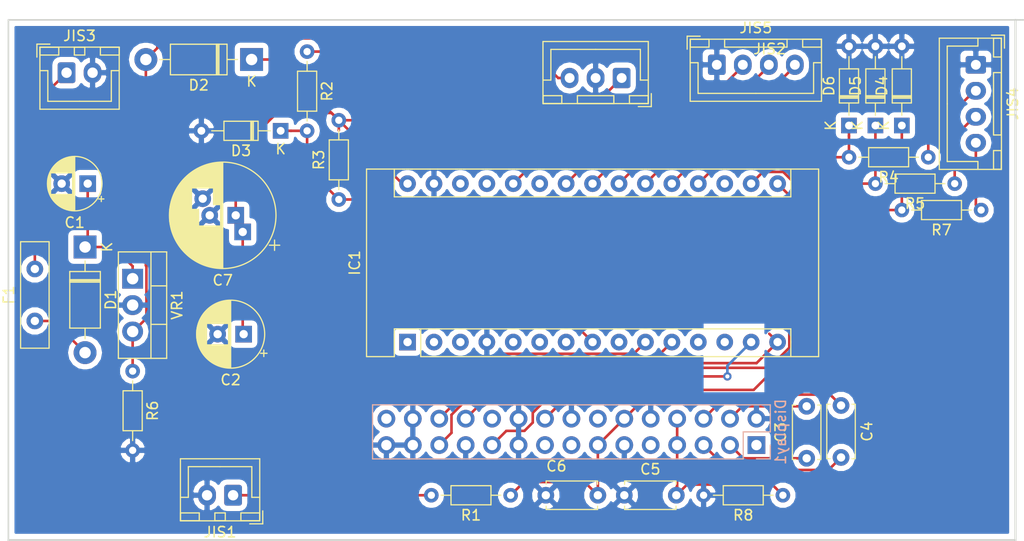
<source format=kicad_pcb>
(kicad_pcb (version 20171130) (host pcbnew "(5.0.1-3-g963ef8bb5)")
  (layers (0 F.Cu signal) (31 B.Cu signal) (34 B.Paste user) (35 F.Paste user) (36 B.SilkS user) (37 F.SilkS user) (38 B.Mask user) (39 F.Mask user) (44 Edge.Cuts user))
  (net 0 "")
  (net 1 "Net-(C1-Pad1)")
  (net 2 "Net-(D1-Pad2)")
  (net 3 "Net-(D2-Pad2)")
  (net 4 "Net-(IC1-Pad1)")
  (net 5 "Net-(IC1-Pad2)")
  (net 6 "Net-(IC1-Pad18)")
  (net 7 "Net-(IC1-Pad3)")
  (net 8 "Net-(D4-Pad1)")
  (net 9 "Net-(D5-Pad1)")
  (net 10 "Net-(IC1-Pad5)")
  (net 11 "Net-(D6-Pad1)")
  (net 12 "Net-(IC1-Pad6)")
  (net 13 "Net-(IC1-Pad22)")
  (net 14 "Net-(IC1-Pad7)")
  (net 15 "Net-(IC1-Pad23)")
  (net 16 "Net-(D3-Pad1)")
  (net 17 "Net-(IC1-Pad24)")
  (net 18 "Net-(IC1-Pad9)")
  (net 19 "Net-(IC1-Pad25)")
  (net 20 "Net-(Display1-Pad26)")
  (net 21 "Net-(Display1-Pad25)")
  (net 22 "Net-(IC1-Pad27)")
  (net 23 "Net-(IC1-Pad12)")
  (net 24 "Net-(IC1-Pad28)")
  (net 25 "Net-(IC1-Pad13)")
  (net 26 "Net-(Display1-Pad18)")
  (net 27 "Net-(Display1-Pad24)")
  (net 28 "Net-(Display1-Pad21)")
  (net 29 "Net-(C3-Pad1)")
  (net 30 "Net-(C3-Pad2)")
  (net 31 "Net-(C4-Pad2)")
  (net 32 "Net-(C4-Pad1)")
  (net 33 "Net-(C5-Pad2)")
  (net 34 "Net-(Display1-Pad1)")
  (net 35 "Net-(Display1-Pad9)")
  (net 36 "Net-(Display1-Pad14)")
  (net 37 "Net-(Display1-Pad15)")
  (net 38 "Net-(Display1-Pad17)")
  (net 39 "Net-(Display1-Pad22)")
  (net 40 "Net-(Display1-Pad30)")
  (net 41 "Net-(JIS1-Pad1)")
  (net 42 "Net-(JIS2-Pad3)")
  (net 43 "Net-(JIS4-Pad2)")
  (net 44 "Net-(JIS4-Pad3)")
  (net 45 "Net-(JIS4-Pad4)")
  (net 46 GND)
  (net 47 +5V)
  (net 48 +3V3)
  (net 49 +BATT)
  (module Package_TO_SOT_THT:TO-220-3_Vertical (layer F.Cu) (at 73.152 123.952 270)
    (fp_text reference VR1 (at 2.54 -4.27 270) (layer F.SilkS))
    (fp_text value LM7805_TO220)
    (pad 1 thru_hole rect (at 0 0 270) (size 1.905 2) (drill 1.1) (layers *.Cu *.Mask) (net 1 "Net-(C1-Pad1)"))
    (pad 2 thru_hole oval (at 2.54 0 270) (size 1.905 2) (drill 1.1) (layers *.Cu *.Mask) (net 46 GND))
    (pad 3 thru_hole oval (at 5.08 0 270) (size 1.905 2) (drill 1.1) (layers *.Cu *.Mask) (net 3 "Net-(D2-Pad2)"))
  )
  (module Capacitor_THT:CP_Radial_D5.0mm_P2.50mm (layer F.Cu) (at 68.834 114.808 180)
    (fp_text reference C1 (at 1.25 -3.75 180) (layer F.SilkS))
    (fp_text value 200uF)
    (pad 1 thru_hole rect (at 0 0 180) (size 1.6 1.6) (drill 0.8) (layers *.Cu *.Mask) (net 1 "Net-(C1-Pad1)"))
    (pad 2 thru_hole circle (at 2.5 0 180) (size 1.6 1.6) (drill 0.8) (layers *.Cu *.Mask) (net 46 GND))
  )
  (module Capacitor_THT:CP_Radial_D6.3mm_P2.50mm (layer F.Cu) (at 83.82 129.286 180)
    (fp_text reference C2 (at 1.25 -4.4 180) (layer F.SilkS))
    (fp_text value 100uF)
    (pad 1 thru_hole rect (at 0 0 180) (size 1.6 1.6) (drill 0.8) (layers *.Cu *.Mask) (net 47 +5V))
    (pad 2 thru_hole circle (at 2.5 0 180) (size 1.6 1.6) (drill 0.8) (layers *.Cu *.Mask) (net 46 GND))
  )
  (module Capacitor_THT:C_Disc_D5.0mm_W2.5mm_P5.00mm (layer F.Cu) (at 137.922 141.224 90)
    (fp_text reference C3 (at 2.5 -2.5 90) (layer F.SilkS))
    (fp_text value 4.7uF)
    (pad 1 thru_hole circle (at 0 0 90) (size 1.6 1.6) (drill 0.8) (layers *.Cu *.Mask) (net 29 "Net-(C3-Pad1)"))
    (pad 2 thru_hole circle (at 5 0 90) (size 1.6 1.6) (drill 0.8) (layers *.Cu *.Mask) (net 30 "Net-(C3-Pad2)"))
  )
  (module Capacitor_THT:C_Disc_D5.0mm_W2.5mm_P5.00mm (layer F.Cu) (at 141.224 136.144 270)
    (fp_text reference C4 (at 2.5 -2.5 270) (layer F.SilkS))
    (fp_text value 4.7uF)
    (pad 2 thru_hole circle (at 5 0 270) (size 1.6 1.6) (drill 0.8) (layers *.Cu *.Mask) (net 31 "Net-(C4-Pad2)"))
    (pad 1 thru_hole circle (at 0 0 270) (size 1.6 1.6) (drill 0.8) (layers *.Cu *.Mask) (net 32 "Net-(C4-Pad1)"))
  )
  (module Capacitor_THT:C_Disc_D4.7mm_W2.5mm_P5.00mm (layer F.Cu) (at 120.396 144.78)
    (fp_text reference C5 (at 2.5 -2.5) (layer F.SilkS))
    (fp_text value 0.1uF)
    (pad 1 thru_hole circle (at 0 0) (size 1.6 1.6) (drill 0.8) (layers *.Cu *.Mask) (net 46 GND))
    (pad 2 thru_hole circle (at 5 0) (size 1.6 1.6) (drill 0.8) (layers *.Cu *.Mask) (net 33 "Net-(C5-Pad2)"))
  )
  (module Diode_THT:D_DO-34_SOD68_P7.62mm_Horizontal (layer F.Cu) (at 141.986 109.22 90)
    (fp_text reference D6 (at 3.81 -1.92 90) (layer F.SilkS))
    (fp_text value D_Zener_Small)
    (fp_text user K (at 0 -1.75 90) (layer F.SilkS))
    (pad 2 thru_hole oval (at 7.62 0 90) (size 1.5 1.5) (drill 0.75) (layers *.Cu *.Mask) (net 46 GND))
    (pad 1 thru_hole rect (at 0 0 90) (size 1.5 1.5) (drill 0.75) (layers *.Cu *.Mask) (net 11 "Net-(D6-Pad1)"))
  )
  (module Connector_PinHeader_2.54mm:PinHeader_2x15_P2.54mm_Vertical (layer B.Cu) (at 133.096 139.954 90)
    (fp_text reference Display1 (at 1.27 2.33 90) (layer B.SilkS) (effects (justify mirror)))
    (fp_text value LCD)
    (pad 1 thru_hole rect (at 0 0 90) (size 1.7 1.7) (drill 1) (layers *.Cu *.Mask) (net 34 "Net-(Display1-Pad1)"))
    (pad 2 thru_hole oval (at 2.54 0 90) (size 1.7 1.7) (drill 1) (layers *.Cu *.Mask) (net 46 GND))
    (pad 3 thru_hole oval (at 0 -2.54 90) (size 1.7 1.7) (drill 1) (layers *.Cu *.Mask) (net 29 "Net-(C3-Pad1)"))
    (pad 4 thru_hole oval (at 2.54 -2.54 90) (size 1.7 1.7) (drill 1) (layers *.Cu *.Mask) (net 30 "Net-(C3-Pad2)"))
    (pad 5 thru_hole oval (at 0 -5.08 90) (size 1.7 1.7) (drill 1) (layers *.Cu *.Mask) (net 31 "Net-(C4-Pad2)"))
    (pad 6 thru_hole oval (at 2.54 -5.08 90) (size 1.7 1.7) (drill 1) (layers *.Cu *.Mask) (net 32 "Net-(C4-Pad1)"))
    (pad 7 thru_hole oval (at 0 -7.62 90) (size 1.7 1.7) (drill 1) (layers *.Cu *.Mask) (net 33 "Net-(C5-Pad2)"))
    (pad 8 thru_hole oval (at 2.54 -7.62 90) (size 1.7 1.7) (drill 1) (layers *.Cu *.Mask) (net 33 "Net-(C5-Pad2)"))
    (pad 9 thru_hole oval (at 0 -10.16 90) (size 1.7 1.7) (drill 1) (layers *.Cu *.Mask) (net 35 "Net-(Display1-Pad9)"))
    (pad 10 thru_hole oval (at 2.54 -10.16 90) (size 1.7 1.7) (drill 1) (layers *.Cu *.Mask) (net 46 GND))
    (pad 11 thru_hole oval (at 0 -12.7 90) (size 1.7 1.7) (drill 1) (layers *.Cu *.Mask) (net 46 GND))
    (pad 12 thru_hole oval (at 2.54 -12.7 90) (size 1.7 1.7) (drill 1) (layers *.Cu *.Mask) (net 48 +3V3))
    (pad 13 thru_hole oval (at 0 -15.24 90) (size 1.7 1.7) (drill 1) (layers *.Cu *.Mask) (net 48 +3V3))
    (pad 14 thru_hole oval (at 2.54 -15.24 90) (size 1.7 1.7) (drill 1) (layers *.Cu *.Mask) (net 36 "Net-(Display1-Pad14)"))
    (pad 15 thru_hole oval (at 0 -17.78 90) (size 1.7 1.7) (drill 1) (layers *.Cu *.Mask) (net 37 "Net-(Display1-Pad15)"))
    (pad 16 thru_hole oval (at 2.54 -17.78 90) (size 1.7 1.7) (drill 1) (layers *.Cu *.Mask) (net 46 GND))
    (pad 17 thru_hole oval (at 0 -20.32 90) (size 1.7 1.7) (drill 1) (layers *.Cu *.Mask) (net 38 "Net-(Display1-Pad17)"))
    (pad 18 thru_hole oval (at 2.54 -20.32 90) (size 1.7 1.7) (drill 1) (layers *.Cu *.Mask) (net 26 "Net-(Display1-Pad18)"))
    (pad 19 thru_hole oval (at 0 -22.86 90) (size 1.7 1.7) (drill 1) (layers *.Cu *.Mask) (net 46 GND))
    (pad 20 thru_hole oval (at 2.54 -22.86 90) (size 1.7 1.7) (drill 1) (layers *.Cu *.Mask) (net 46 GND))
    (pad 21 thru_hole oval (at 0 -25.4 90) (size 1.7 1.7) (drill 1) (layers *.Cu *.Mask) (net 28 "Net-(Display1-Pad21)"))
    (pad 22 thru_hole oval (at 2.54 -25.4 90) (size 1.7 1.7) (drill 1) (layers *.Cu *.Mask) (net 39 "Net-(Display1-Pad22)"))
    (pad 23 thru_hole oval (at 0 -27.94 90) (size 1.7 1.7) (drill 1) (layers *.Cu *.Mask) (net 46 GND))
    (pad 24 thru_hole oval (at 2.54 -27.94 90) (size 1.7 1.7) (drill 1) (layers *.Cu *.Mask) (net 27 "Net-(Display1-Pad24)"))
    (pad 25 thru_hole oval (at 0 -30.48 90) (size 1.7 1.7) (drill 1) (layers *.Cu *.Mask) (net 21 "Net-(Display1-Pad25)"))
    (pad 26 thru_hole oval (at 2.54 -30.48 90) (size 1.7 1.7) (drill 1) (layers *.Cu *.Mask) (net 20 "Net-(Display1-Pad26)"))
    (pad 27 thru_hole oval (at 0 -33.02 90) (size 1.7 1.7) (drill 1) (layers *.Cu *.Mask) (net 46 GND))
    (pad 28 thru_hole oval (at 2.54 -33.02 90) (size 1.7 1.7) (drill 1) (layers *.Cu *.Mask) (net 46 GND))
    (pad 29 thru_hole oval (at 0 -35.56 90) (size 1.7 1.7) (drill 1) (layers *.Cu *.Mask) (net 46 GND))
    (pad 30 thru_hole oval (at 2.54 -35.56 90) (size 1.7 1.7) (drill 1) (layers *.Cu *.Mask) (net 40 "Net-(Display1-Pad30)"))
  )
  (module Capacitor_THT:C_Disc_D10.0mm_W2.5mm_P5.00mm (layer F.Cu) (at 63.754 128.016 90)
    (fp_text reference F1 (at 2.5 -2.5 90) (layer F.SilkS))
    (fp_text value "Polyfuse 500ma 60V")
    (pad 1 thru_hole circle (at 0 0 90) (size 1.6 1.6) (drill 0.8) (layers *.Cu *.Mask) (net 2 "Net-(D1-Pad2)"))
    (pad 2 thru_hole circle (at 5 0 90) (size 1.6 1.6) (drill 0.8) (layers *.Cu *.Mask) (net 49 +BATT))
  )
  (module Connector_JST:JST_XH_B02B-XH-A_1x02_P2.50mm_Vertical (layer F.Cu) (at 82.804 144.78 180)
    (fp_text reference JIS1 (at 1.25 -3.55 180) (layer F.SilkS))
    (fp_text value LCD_BL)
    (pad 1 thru_hole roundrect (at 0 0 180) (size 1.7 2) (drill 1) (layers *.Cu *.Mask) (roundrect_rratio 0.147059) (net 41 "Net-(JIS1-Pad1)"))
    (pad 2 thru_hole oval (at 2.5 0 180) (size 1.7 2) (drill 1) (layers *.Cu *.Mask) (net 46 GND))
  )
  (module Connector_JST:JST_XH_B03B-XH-A_1x03_P2.50mm_Vertical (layer F.Cu) (at 120.142 104.648 180)
    (fp_text reference JIS2 (at -14.224 2.794 180) (layer F.SilkS))
    (fp_text value "Speedo Connector")
    (pad 1 thru_hole roundrect (at 0 0 180) (size 1.7 1.95) (drill 0.95) (layers *.Cu *.Mask) (roundrect_rratio 0.147059) (net 47 +5V))
    (pad 2 thru_hole oval (at 2.5 0 180) (size 1.7 1.95) (drill 0.95) (layers *.Cu *.Mask) (net 46 GND))
    (pad 3 thru_hole oval (at 5 0 180) (size 1.7 1.95) (drill 0.95) (layers *.Cu *.Mask) (net 42 "Net-(JIS2-Pad3)"))
  )
  (module Connector_JST:JST_XH_B02B-XH-A_1x02_P2.50mm_Vertical (layer F.Cu) (at 66.802 104.14)
    (fp_text reference JIS3 (at 1.25 -3.55) (layer F.SilkS))
    (fp_text value "Power Connector")
    (pad 2 thru_hole oval (at 2.5 0) (size 1.7 2) (drill 1) (layers *.Cu *.Mask) (net 46 GND))
    (pad 1 thru_hole roundrect (at 0 0) (size 1.7 2) (drill 1) (layers *.Cu *.Mask) (roundrect_rratio 0.147059) (net 49 +BATT))
  )
  (module Connector_JST:JST_XH_B04B-XH-A_1x04_P2.50mm_Vertical (layer F.Cu) (at 154.178 103.378 270)
    (fp_text reference JIS4 (at 3.75 -3.55 270) (layer F.SilkS))
    (fp_text value "external button connector")
    (pad 1 thru_hole roundrect (at 0 0 270) (size 1.7 1.95) (drill 0.95) (layers *.Cu *.Mask) (roundrect_rratio 0.147059) (net 46 GND))
    (pad 2 thru_hole oval (at 2.5 0 270) (size 1.7 1.95) (drill 0.95) (layers *.Cu *.Mask) (net 43 "Net-(JIS4-Pad2)"))
    (pad 3 thru_hole oval (at 5 0 270) (size 1.7 1.95) (drill 0.95) (layers *.Cu *.Mask) (net 44 "Net-(JIS4-Pad3)"))
    (pad 4 thru_hole oval (at 7.5 0 270) (size 1.7 1.95) (drill 0.95) (layers *.Cu *.Mask) (net 45 "Net-(JIS4-Pad4)"))
  )
  (module Connector_JST:JST_XH_B04B-XH-A_1x04_P2.50mm_Vertical (layer F.Cu) (at 129.286 103.378)
    (fp_text reference JIS5 (at 3.75 -3.55) (layer F.SilkS))
    (fp_text value "int key")
    (pad 4 thru_hole oval (at 7.5 0) (size 1.7 1.95) (drill 0.95) (layers *.Cu *.Mask) (net 13 "Net-(IC1-Pad22)"))
    (pad 3 thru_hole oval (at 5 0) (size 1.7 1.95) (drill 0.95) (layers *.Cu *.Mask) (net 15 "Net-(IC1-Pad23)"))
    (pad 2 thru_hole oval (at 2.5 0) (size 1.7 1.95) (drill 0.95) (layers *.Cu *.Mask) (net 17 "Net-(IC1-Pad24)"))
    (pad 1 thru_hole roundrect (at 0 0) (size 1.7 1.95) (drill 0.95) (layers *.Cu *.Mask) (roundrect_rratio 0.147059) (net 46 GND))
  )
  (module Resistor_THT:R_Axial_DIN0204_L3.6mm_D1.6mm_P7.62mm_Horizontal (layer F.Cu) (at 109.474 144.78 180)
    (fp_text reference R1 (at 3.81 -1.92 180) (layer F.SilkS))
    (fp_text value R4.3)
    (pad 2 thru_hole oval (at 7.62 0 180) (size 1.4 1.4) (drill 0.7) (layers *.Cu *.Mask) (net 41 "Net-(JIS1-Pad1)"))
    (pad 1 thru_hole circle (at 0 0 180) (size 1.4 1.4) (drill 0.7) (layers *.Cu *.Mask) (net 48 +3V3))
  )
  (module Resistor_THT:R_Axial_DIN0204_L3.6mm_D1.6mm_P7.62mm_Horizontal (layer F.Cu) (at 89.916 102.108 270)
    (fp_text reference R2 (at 3.81 -1.92 270) (layer F.SilkS))
    (fp_text value R100)
    (pad 1 thru_hole circle (at 0 0 270) (size 1.4 1.4) (drill 0.7) (layers *.Cu *.Mask) (net 42 "Net-(JIS2-Pad3)"))
    (pad 2 thru_hole oval (at 7.62 0 270) (size 1.4 1.4) (drill 0.7) (layers *.Cu *.Mask) (net 16 "Net-(D3-Pad1)"))
  )
  (module Resistor_THT:R_Axial_DIN0204_L3.6mm_D1.6mm_P7.62mm_Horizontal (layer F.Cu) (at 92.964 116.332 90)
    (fp_text reference R3 (at 3.81 -1.92 90) (layer F.SilkS))
    (fp_text value R10K)
    (pad 1 thru_hole circle (at 0 0 90) (size 1.4 1.4) (drill 0.7) (layers *.Cu *.Mask) (net 16 "Net-(D3-Pad1)"))
    (pad 2 thru_hole oval (at 7.62 0 90) (size 1.4 1.4) (drill 0.7) (layers *.Cu *.Mask) (net 47 +5V))
  )
  (module Resistor_THT:R_Axial_DIN0204_L3.6mm_D1.6mm_P7.62mm_Horizontal (layer F.Cu) (at 149.606 112.268 180)
    (fp_text reference R4 (at 3.81 -1.92 180) (layer F.SilkS))
    (fp_text value R100)
    (pad 2 thru_hole oval (at 7.62 0 180) (size 1.4 1.4) (drill 0.7) (layers *.Cu *.Mask) (net 11 "Net-(D6-Pad1)"))
    (pad 1 thru_hole circle (at 0 0 180) (size 1.4 1.4) (drill 0.7) (layers *.Cu *.Mask) (net 43 "Net-(JIS4-Pad2)"))
  )
  (module Resistor_THT:R_Axial_DIN0204_L3.6mm_D1.6mm_P7.62mm_Horizontal (layer F.Cu) (at 152.146 114.808 180)
    (fp_text reference R5 (at 3.81 -1.92 180) (layer F.SilkS))
    (fp_text value R100)
    (pad 1 thru_hole circle (at 0 0 180) (size 1.4 1.4) (drill 0.7) (layers *.Cu *.Mask) (net 44 "Net-(JIS4-Pad3)"))
    (pad 2 thru_hole oval (at 7.62 0 180) (size 1.4 1.4) (drill 0.7) (layers *.Cu *.Mask) (net 9 "Net-(D5-Pad1)"))
  )
  (module Resistor_THT:R_Axial_DIN0204_L3.6mm_D1.6mm_P7.62mm_Horizontal (layer F.Cu) (at 73.152 132.842 270)
    (fp_text reference R6 (at 3.81 -1.92 270) (layer F.SilkS))
    (fp_text value R10K)
    (pad 2 thru_hole oval (at 7.62 0 270) (size 1.4 1.4) (drill 0.7) (layers *.Cu *.Mask) (net 46 GND))
    (pad 1 thru_hole circle (at 0 0 270) (size 1.4 1.4) (drill 0.7) (layers *.Cu *.Mask) (net 3 "Net-(D2-Pad2)"))
  )
  (module Resistor_THT:R_Axial_DIN0204_L3.6mm_D1.6mm_P7.62mm_Horizontal (layer F.Cu) (at 154.686 117.348 180)
    (fp_text reference R7 (at 3.81 -1.92 180) (layer F.SilkS))
    (fp_text value R100)
    (pad 2 thru_hole oval (at 7.62 0 180) (size 1.4 1.4) (drill 0.7) (layers *.Cu *.Mask) (net 8 "Net-(D4-Pad1)"))
    (pad 1 thru_hole circle (at 0 0 180) (size 1.4 1.4) (drill 0.7) (layers *.Cu *.Mask) (net 45 "Net-(JIS4-Pad4)"))
  )
  (module Resistor_THT:R_Axial_DIN0204_L3.6mm_D1.6mm_P7.62mm_Horizontal (layer F.Cu) (at 135.636 144.78 180)
    (fp_text reference R8 (at 3.81 -1.92 180) (layer F.SilkS))
    (fp_text value 10M)
    (pad 1 thru_hole circle (at 0 0 180) (size 1.4 1.4) (drill 0.7) (layers *.Cu *.Mask) (net 33 "Net-(C5-Pad2)"))
    (pad 2 thru_hole oval (at 7.62 0 180) (size 1.4 1.4) (drill 0.7) (layers *.Cu *.Mask) (net 46 GND))
  )
  (module Module:Arduino_Nano (layer F.Cu) (at 99.568 130.048 90)
    (fp_text reference IC1 (at 7.62 -5.08 90) (layer F.SilkS))
    (fp_text value Nano_v3.x)
    (pad 1 thru_hole rect (at 0 0 90) (size 1.6 1.6) (drill 0.8) (layers *.Cu *.Mask) (net 4 "Net-(IC1-Pad1)"))
    (pad 17 thru_hole oval (at 15.24 33.02 90) (size 1.6 1.6) (drill 0.8) (layers *.Cu *.Mask) (net 48 +3V3))
    (pad 2 thru_hole oval (at 0 2.54 90) (size 1.6 1.6) (drill 0.8) (layers *.Cu *.Mask) (net 5 "Net-(IC1-Pad2)"))
    (pad 18 thru_hole oval (at 15.24 30.48 90) (size 1.6 1.6) (drill 0.8) (layers *.Cu *.Mask) (net 6 "Net-(IC1-Pad18)"))
    (pad 3 thru_hole oval (at 0 5.08 90) (size 1.6 1.6) (drill 0.8) (layers *.Cu *.Mask) (net 7 "Net-(IC1-Pad3)"))
    (pad 19 thru_hole oval (at 15.24 27.94 90) (size 1.6 1.6) (drill 0.8) (layers *.Cu *.Mask) (net 8 "Net-(D4-Pad1)"))
    (pad 4 thru_hole oval (at 0 7.62 90) (size 1.6 1.6) (drill 0.8) (layers *.Cu *.Mask) (net 46 GND))
    (pad 20 thru_hole oval (at 15.24 25.4 90) (size 1.6 1.6) (drill 0.8) (layers *.Cu *.Mask) (net 9 "Net-(D5-Pad1)"))
    (pad 5 thru_hole oval (at 0 10.16 90) (size 1.6 1.6) (drill 0.8) (layers *.Cu *.Mask) (net 10 "Net-(IC1-Pad5)"))
    (pad 21 thru_hole oval (at 15.24 22.86 90) (size 1.6 1.6) (drill 0.8) (layers *.Cu *.Mask) (net 11 "Net-(D6-Pad1)"))
    (pad 6 thru_hole oval (at 0 12.7 90) (size 1.6 1.6) (drill 0.8) (layers *.Cu *.Mask) (net 12 "Net-(IC1-Pad6)"))
    (pad 22 thru_hole oval (at 15.24 20.32 90) (size 1.6 1.6) (drill 0.8) (layers *.Cu *.Mask) (net 13 "Net-(IC1-Pad22)"))
    (pad 7 thru_hole oval (at 0 15.24 90) (size 1.6 1.6) (drill 0.8) (layers *.Cu *.Mask) (net 14 "Net-(IC1-Pad7)"))
    (pad 23 thru_hole oval (at 15.24 17.78 90) (size 1.6 1.6) (drill 0.8) (layers *.Cu *.Mask) (net 15 "Net-(IC1-Pad23)"))
    (pad 8 thru_hole oval (at 0 17.78 90) (size 1.6 1.6) (drill 0.8) (layers *.Cu *.Mask) (net 16 "Net-(D3-Pad1)"))
    (pad 24 thru_hole oval (at 15.24 15.24 90) (size 1.6 1.6) (drill 0.8) (layers *.Cu *.Mask) (net 17 "Net-(IC1-Pad24)"))
    (pad 9 thru_hole oval (at 0 20.32 90) (size 1.6 1.6) (drill 0.8) (layers *.Cu *.Mask) (net 18 "Net-(IC1-Pad9)"))
    (pad 25 thru_hole oval (at 15.24 12.7 90) (size 1.6 1.6) (drill 0.8) (layers *.Cu *.Mask) (net 19 "Net-(IC1-Pad25)"))
    (pad 10 thru_hole oval (at 0 22.86 90) (size 1.6 1.6) (drill 0.8) (layers *.Cu *.Mask) (net 20 "Net-(Display1-Pad26)"))
    (pad 26 thru_hole oval (at 15.24 10.16 90) (size 1.6 1.6) (drill 0.8) (layers *.Cu *.Mask) (net 3 "Net-(D2-Pad2)"))
    (pad 11 thru_hole oval (at 0 25.4 90) (size 1.6 1.6) (drill 0.8) (layers *.Cu *.Mask) (net 21 "Net-(Display1-Pad25)"))
    (pad 27 thru_hole oval (at 15.24 7.62 90) (size 1.6 1.6) (drill 0.8) (layers *.Cu *.Mask) (net 22 "Net-(IC1-Pad27)"))
    (pad 12 thru_hole oval (at 0 27.94 90) (size 1.6 1.6) (drill 0.8) (layers *.Cu *.Mask) (net 23 "Net-(IC1-Pad12)"))
    (pad 28 thru_hole oval (at 15.24 5.08 90) (size 1.6 1.6) (drill 0.8) (layers *.Cu *.Mask) (net 24 "Net-(IC1-Pad28)"))
    (pad 13 thru_hole oval (at 0 30.48 90) (size 1.6 1.6) (drill 0.8) (layers *.Cu *.Mask) (net 25 "Net-(IC1-Pad13)"))
    (pad 29 thru_hole oval (at 15.24 2.54 90) (size 1.6 1.6) (drill 0.8) (layers *.Cu *.Mask) (net 46 GND))
    (pad 14 thru_hole oval (at 0 33.02 90) (size 1.6 1.6) (drill 0.8) (layers *.Cu *.Mask) (net 26 "Net-(Display1-Pad18)"))
    (pad 30 thru_hole oval (at 15.24 0 90) (size 1.6 1.6) (drill 0.8) (layers *.Cu *.Mask) (net 47 +5V))
    (pad 15 thru_hole oval (at 0 35.56 90) (size 1.6 1.6) (drill 0.8) (layers *.Cu *.Mask) (net 27 "Net-(Display1-Pad24)"))
    (pad 16 thru_hole oval (at 15.24 35.56 90) (size 1.6 1.6) (drill 0.8) (layers *.Cu *.Mask) (net 28 "Net-(Display1-Pad21)"))
  )
  (module Diode_THT:D_DO-41_SOD81_P10.16mm_Horizontal (layer F.Cu) (at 84.582 102.87 180)
    (fp_text reference D2 (at 5.08 -2.47 180) (layer F.SilkS))
    (fp_text value 1N4001)
    (fp_text user K (at 0 -2.1 180) (layer F.SilkS))
    (pad 2 thru_hole oval (at 10.16 0 180) (size 2.2 2.2) (drill 1.1) (layers *.Cu *.Mask) (net 3 "Net-(D2-Pad2)"))
    (pad 1 thru_hole rect (at 0 0 180) (size 2.2 2.2) (drill 1.1) (layers *.Cu *.Mask) (net 47 +5V))
  )
  (module Diode_THT:D_DO-41_SOD81_P10.16mm_Horizontal (layer F.Cu) (at 68.58 120.904 270)
    (fp_text reference D1 (at 5.08 -2.47 270) (layer F.SilkS))
    (fp_text value 1N4007)
    (fp_text user K (at 0 -2.1 270) (layer F.SilkS))
    (pad 1 thru_hole rect (at 0 0 270) (size 2.2 2.2) (drill 1.1) (layers *.Cu *.Mask) (net 1 "Net-(C1-Pad1)"))
    (pad 2 thru_hole oval (at 10.16 0 270) (size 2.2 2.2) (drill 1.1) (layers *.Cu *.Mask) (net 2 "Net-(D1-Pad2)"))
  )
  (module Diode_THT:D_DO-34_SOD68_P7.62mm_Horizontal (layer F.Cu) (at 87.376 109.728 180)
    (fp_text reference D3 (at 3.81 -1.92 180) (layer F.SilkS))
    (fp_text value D_Zener_Small)
    (fp_text user K (at 0 -1.75 180) (layer F.SilkS))
    (pad 1 thru_hole rect (at 0 0 180) (size 1.5 1.5) (drill 0.75) (layers *.Cu *.Mask) (net 16 "Net-(D3-Pad1)"))
    (pad 2 thru_hole oval (at 7.62 0 180) (size 1.5 1.5) (drill 0.75) (layers *.Cu *.Mask) (net 46 GND))
  )
  (module Diode_THT:D_DO-34_SOD68_P7.62mm_Horizontal (layer F.Cu) (at 147.066 109.22 90)
    (fp_text reference D4 (at 3.81 -1.92 90) (layer F.SilkS))
    (fp_text value D_Zener_Small)
    (fp_text user K (at 0 -1.75 90) (layer F.SilkS))
    (pad 2 thru_hole oval (at 7.62 0 90) (size 1.5 1.5) (drill 0.75) (layers *.Cu *.Mask) (net 46 GND))
    (pad 1 thru_hole rect (at 0 0 90) (size 1.5 1.5) (drill 0.75) (layers *.Cu *.Mask) (net 8 "Net-(D4-Pad1)"))
  )
  (module Diode_THT:D_DO-34_SOD68_P7.62mm_Horizontal (layer F.Cu) (at 144.526 109.22 90)
    (fp_text reference D5 (at 3.81 -1.92 90) (layer F.SilkS))
    (fp_text value D_Zener_Small)
    (fp_text user K (at 0 -1.75 90) (layer F.SilkS))
    (pad 1 thru_hole rect (at 0 0 90) (size 1.5 1.5) (drill 0.75) (layers *.Cu *.Mask) (net 9 "Net-(D5-Pad1)"))
    (pad 2 thru_hole oval (at 7.62 0 90) (size 1.5 1.5) (drill 0.75) (layers *.Cu *.Mask) (net 46 GND))
  )
  (module Capacitor_THT:C_Disc_D4.7mm_W2.5mm_P5.00mm (layer F.Cu) (at 112.856 144.78)
    (fp_text reference C6 (at 1.016 -2.794) (layer F.SilkS))
    (fp_text value 0.1uF)
    (pad 2 thru_hole circle (at 5 0) (size 1.6 1.6) (drill 0.8) (layers *.Cu *.Mask) (net 48 +3V3))
    (pad 1 thru_hole circle (at 0 0) (size 1.6 1.6) (drill 0.8) (layers *.Cu *.Mask) (net 46 GND))
  )
  (module Capacitor_THT:CP_Radial_D10.0mm_P2.50mm_P5.00mm (layer F.Cu) (at 83.058 117.856 180)
    (fp_text reference C7 (at 1.25 -6.25 180) (layer F.SilkS))
    (fp_text value "5.5V 0.47F")
    (pad 1 thru_hole rect (at 0 0 180) (size 1.6 1.6) (drill 0.8) (layers *.Cu *.Mask) (net 47 +5V))
    (pad 2 thru_hole circle (at 2.5 0 180) (size 1.6 1.6) (drill 0.8) (layers *.Cu *.Mask) (net 46 GND))
    (pad 1 thru_hole rect (at -0.670937 -1.6 180) (size 1.6 1.6) (drill 0.8) (layers *.Cu *.Mask) (net 47 +5V))
    (pad 2 thru_hole circle (at 3.170937 1.6 180) (size 1.6 1.6) (drill 0.8) (layers *.Cu *.Mask) (net 46 GND))
  )
  (gr_line (start 157.988 149.098) (end 157.988 99.06) (layer Edge.Cuts) (width 0.2))
  (gr_line (start 61.214 99.06) (end 61.214 149.098) (layer Edge.Cuts) (width 0.15))
  (gr_line (start 158.75 99.06) (end 61.214 99.06) (layer Edge.Cuts) (width 0.15))
  (gr_line (start 61.214 149.098) (end 157.988 149.098) (layer Edge.Cuts) (width 0.2))
  (segment (start 68.834 120.65) (end 68.58 120.904) (width 0.25) (layer F.Cu) (net 1))
  (segment (start 68.834 114.808) (end 68.834 120.65) (width 0.25) (layer F.Cu) (net 1))
  (segment (start 73.152 122.7495) (end 73.152 123.952) (width 0.25) (layer F.Cu) (net 1))
  (segment (start 71.3065 120.904) (end 73.152 122.7495) (width 0.25) (layer F.Cu) (net 1))
  (segment (start 68.58 120.904) (end 71.3065 120.904) (width 0.25) (layer F.Cu) (net 1))
  (segment (start 65.532 128.016) (end 63.754 128.016) (width 0.25) (layer F.Cu) (net 2))
  (segment (start 68.58 131.064) (end 65.532 128.016) (width 0.25) (layer F.Cu) (net 2))
  (segment (start 75.521999 101.262001) (end 75.946 100.838) (width 0.25) (layer F.Cu) (net 3))
  (segment (start 75.521999 101.770001) (end 75.521999 101.262001) (width 0.25) (layer F.Cu) (net 3))
  (segment (start 74.422 102.87) (end 75.521999 101.770001) (width 0.25) (layer F.Cu) (net 3))
  (segment (start 75.946 100.838) (end 124.46 100.838) (width 0.25) (layer F.Cu) (net 3))
  (segment (start 113.538 110.998) (end 109.728 114.808) (width 0.25) (layer F.Cu) (net 3))
  (segment (start 119.888 110.998) (end 113.538 110.998) (width 0.25) (layer F.Cu) (net 3))
  (segment (start 124.46 106.426) (end 119.888 110.998) (width 0.25) (layer F.Cu) (net 3))
  (segment (start 124.46 100.838) (end 124.46 106.426) (width 0.25) (layer F.Cu) (net 3))
  (segment (start 73.1995 129.032) (end 73.152 129.032) (width 0.25) (layer F.Cu) (net 3))
  (segment (start 74.477001 127.754499) (end 73.1995 129.032) (width 0.25) (layer F.Cu) (net 3))
  (segment (start 74.477001 122.739499) (end 74.477001 127.754499) (width 0.25) (layer F.Cu) (net 3))
  (segment (start 74.422 122.684498) (end 74.477001 122.739499) (width 0.25) (layer F.Cu) (net 3))
  (segment (start 74.422 102.87) (end 74.422 122.684498) (width 0.25) (layer F.Cu) (net 3))
  (segment (start 73.152 129.032) (end 73.152 132.842) (width 0.25) (layer F.Cu) (net 3))
  (segment (start 147.066 117.348) (end 147.066 109.22) (width 0.25) (layer F.Cu) (net 8))
  (segment (start 136.652 112.268) (end 141.732 117.348) (width 0.25) (layer F.Cu) (net 8))
  (segment (start 130.048 112.268) (end 136.652 112.268) (width 0.25) (layer F.Cu) (net 8))
  (segment (start 141.732 117.348) (end 147.066 117.348) (width 0.25) (layer F.Cu) (net 8))
  (segment (start 127.508 114.808) (end 130.048 112.268) (width 0.25) (layer F.Cu) (net 8))
  (segment (start 144.526 114.808) (end 144.526 109.22) (width 0.25) (layer F.Cu) (net 9))
  (segment (start 141.478 114.808) (end 144.526 114.808) (width 0.25) (layer F.Cu) (net 9))
  (segment (start 137.16 110.49) (end 141.478 114.808) (width 0.25) (layer F.Cu) (net 9))
  (segment (start 129.286 110.49) (end 137.16 110.49) (width 0.25) (layer F.Cu) (net 9))
  (segment (start 124.968 114.808) (end 129.286 110.49) (width 0.25) (layer F.Cu) (net 9))
  (segment (start 122.428 114.808) (end 128.016 109.22) (width 0.25) (layer F.Cu) (net 11))
  (segment (start 141.986 110.22) (end 141.986 112.268) (width 0.25) (layer F.Cu) (net 11))
  (segment (start 141.986 109.22) (end 141.986 110.22) (width 0.25) (layer F.Cu) (net 11))
  (segment (start 141.986 112.268) (end 140.716 112.268) (width 0.25) (layer F.Cu) (net 11))
  (segment (start 140.716 112.268) (end 137.668 109.22) (width 0.25) (layer F.Cu) (net 11))
  (segment (start 128.016 109.22) (end 137.668 109.22) (width 0.25) (layer F.Cu) (net 11))
  (segment (start 126.492 108.204) (end 119.888 114.808) (width 0.25) (layer F.Cu) (net 13))
  (segment (start 132.085 108.204) (end 126.492 108.204) (width 0.25) (layer F.Cu) (net 13))
  (segment (start 136.786 103.503) (end 132.085 108.204) (width 0.25) (layer F.Cu) (net 13))
  (segment (start 136.786 103.378) (end 136.786 103.503) (width 0.25) (layer F.Cu) (net 13))
  (segment (start 133.604 103.592) (end 133.818 103.378) (width 0.25) (layer F.Cu) (net 15))
  (segment (start 134.286 103.503) (end 134.286 103.378) (width 0.25) (layer F.Cu) (net 15))
  (segment (start 119.634 112.522) (end 120.904 112.522) (width 0.25) (layer F.Cu) (net 15))
  (segment (start 130.601 107.188) (end 134.286 103.503) (width 0.25) (layer F.Cu) (net 15))
  (segment (start 126.238 107.188) (end 130.601 107.188) (width 0.25) (layer F.Cu) (net 15))
  (segment (start 120.904 112.522) (end 126.238 107.188) (width 0.25) (layer F.Cu) (net 15))
  (segment (start 117.348 114.808) (end 119.634 112.522) (width 0.25) (layer F.Cu) (net 15))
  (segment (start 88.376 109.728) (end 89.916 109.728) (width 0.25) (layer F.Cu) (net 16))
  (segment (start 87.376 109.728) (end 88.376 109.728) (width 0.25) (layer F.Cu) (net 16))
  (segment (start 89.916 113.284) (end 92.964 116.332) (width 0.25) (layer F.Cu) (net 16))
  (segment (start 89.916 109.728) (end 89.916 113.284) (width 0.25) (layer F.Cu) (net 16))
  (segment (start 103.632 116.332) (end 92.964 116.332) (width 0.25) (layer F.Cu) (net 16))
  (segment (start 117.348 130.048) (end 103.632 116.332) (width 0.25) (layer F.Cu) (net 16))
  (segment (start 131.786 103.503) (end 131.786 103.378) (width 0.25) (layer F.Cu) (net 17))
  (segment (start 117.856 111.76) (end 120.396 111.76) (width 0.25) (layer F.Cu) (net 17))
  (segment (start 128.863 106.426) (end 131.786 103.503) (width 0.25) (layer F.Cu) (net 17))
  (segment (start 125.73 106.426) (end 128.863 106.426) (width 0.25) (layer F.Cu) (net 17))
  (segment (start 120.396 111.76) (end 125.73 106.426) (width 0.25) (layer F.Cu) (net 17))
  (segment (start 114.808 114.808) (end 117.856 111.76) (width 0.25) (layer F.Cu) (net 17))
  (segment (start 121.628001 130.847999) (end 122.428 130.048) (width 0.25) (layer F.Cu) (net 20))
  (segment (start 121.302999 131.173001) (end 121.628001 130.847999) (width 0.25) (layer F.Cu) (net 20))
  (segment (start 108.856999 131.173001) (end 121.302999 131.173001) (width 0.25) (layer F.Cu) (net 20))
  (segment (start 102.616 137.414) (end 108.856999 131.173001) (width 0.25) (layer F.Cu) (net 20))
  (segment (start 124.168001 130.847999) (end 124.968 130.048) (width 0.25) (layer F.Cu) (net 21))
  (segment (start 109.207987 131.623011) (end 123.392989 131.623011) (width 0.25) (layer F.Cu) (net 21))
  (segment (start 103.791001 137.039997) (end 109.207987 131.623011) (width 0.25) (layer F.Cu) (net 21))
  (segment (start 123.392989 131.623011) (end 124.168001 130.847999) (width 0.25) (layer F.Cu) (net 21))
  (segment (start 103.791001 138.778999) (end 103.791001 137.039997) (width 0.25) (layer F.Cu) (net 21))
  (segment (start 102.616 139.954) (end 103.791001 138.778999) (width 0.25) (layer F.Cu) (net 21))
  (segment (start 112.776 137.414) (end 115.860999 134.329001) (width 0.25) (layer F.Cu) (net 26))
  (via (at 130.302 133.35) (size 0.8) (drill 0.4) (layers F.Cu B.Cu) (net 26))
  (segment (start 130.302 132.334) (end 130.302 133.35) (width 0.25) (layer B.Cu) (net 26))
  (segment (start 132.588 130.048) (end 130.302 132.334) (width 0.25) (layer B.Cu) (net 26))
  (segment (start 116.84 133.35) (end 112.776 137.414) (width 0.25) (layer F.Cu) (net 26))
  (segment (start 130.302 133.35) (end 116.84 133.35) (width 0.25) (layer F.Cu) (net 26))
  (segment (start 134.328001 129.248001) (end 135.128 130.048) (width 0.25) (layer F.Cu) (net 27))
  (segment (start 134.328001 130.847999) (end 135.128 130.048) (width 0.25) (layer F.Cu) (net 27))
  (segment (start 133.102979 132.073021) (end 134.328001 130.847999) (width 0.25) (layer F.Cu) (net 27))
  (segment (start 110.496979 132.073021) (end 133.102979 132.073021) (width 0.25) (layer F.Cu) (net 27))
  (segment (start 105.156 137.414) (end 110.496979 132.073021) (width 0.25) (layer F.Cu) (net 27))
  (segment (start 136.253001 115.933001) (end 135.927999 115.607999) (width 0.25) (layer F.Cu) (net 28))
  (segment (start 136.253001 130.588001) (end 136.253001 115.933001) (width 0.25) (layer F.Cu) (net 28))
  (segment (start 134.317971 132.523031) (end 136.253001 130.588001) (width 0.25) (layer F.Cu) (net 28))
  (segment (start 115.927967 132.523031) (end 134.317971 132.523031) (width 0.25) (layer F.Cu) (net 28))
  (segment (start 111.600999 137.788003) (end 111.600999 136.849999) (width 0.25) (layer F.Cu) (net 28))
  (segment (start 111.600999 136.849999) (end 115.927967 132.523031) (width 0.25) (layer F.Cu) (net 28))
  (segment (start 109.060999 138.589001) (end 110.800001 138.589001) (width 0.25) (layer F.Cu) (net 28))
  (segment (start 135.927999 115.607999) (end 135.128 114.808) (width 0.25) (layer F.Cu) (net 28))
  (segment (start 110.800001 138.589001) (end 111.600999 137.788003) (width 0.25) (layer F.Cu) (net 28))
  (segment (start 107.696 139.954) (end 109.060999 138.589001) (width 0.25) (layer F.Cu) (net 28))
  (segment (start 131.826 141.224) (end 130.556 139.954) (width 0.25) (layer F.Cu) (net 29))
  (segment (start 137.922 141.224) (end 131.826 141.224) (width 0.25) (layer F.Cu) (net 29))
  (segment (start 131.746 136.224) (end 130.556 137.414) (width 0.25) (layer F.Cu) (net 30))
  (segment (start 137.922 136.224) (end 131.746 136.224) (width 0.25) (layer F.Cu) (net 30))
  (segment (start 128.19 140.128) (end 128.016 139.954) (width 0.25) (layer F.Cu) (net 31))
  (segment (start 140.424001 141.943999) (end 141.224 141.144) (width 0.25) (layer F.Cu) (net 31))
  (segment (start 140.018999 142.349001) (end 140.424001 141.943999) (width 0.25) (layer F.Cu) (net 31))
  (segment (start 130.411001 142.349001) (end 140.018999 142.349001) (width 0.25) (layer F.Cu) (net 31))
  (segment (start 128.016 139.954) (end 130.411001 142.349001) (width 0.25) (layer F.Cu) (net 31))
  (segment (start 140.424001 135.344001) (end 141.224 136.144) (width 0.25) (layer F.Cu) (net 32))
  (segment (start 140.178999 135.098999) (end 140.424001 135.344001) (width 0.25) (layer F.Cu) (net 32))
  (segment (start 130.331001 135.098999) (end 140.178999 135.098999) (width 0.25) (layer F.Cu) (net 32))
  (segment (start 128.016 137.414) (end 130.331001 135.098999) (width 0.25) (layer F.Cu) (net 32))
  (segment (start 125.396 139.954) (end 125.476 139.954) (width 0.25) (layer F.Cu) (net 33))
  (segment (start 125.476 139.954) (end 125.476 137.414) (width 0.25) (layer F.Cu) (net 33))
  (segment (start 125.476 143.938) (end 125.396 144.018) (width 0.25) (layer F.Cu) (net 33))
  (segment (start 125.476 139.954) (end 125.476 143.938) (width 0.25) (layer F.Cu) (net 33))
  (segment (start 134.936001 144.080001) (end 135.636 144.78) (width 0.25) (layer F.Cu) (net 33))
  (segment (start 134.610999 143.754999) (end 134.936001 144.080001) (width 0.25) (layer F.Cu) (net 33))
  (segment (start 126.421001 143.754999) (end 134.610999 143.754999) (width 0.25) (layer F.Cu) (net 33))
  (segment (start 125.396 144.78) (end 126.421001 143.754999) (width 0.25) (layer F.Cu) (net 33))
  (segment (start 82.804 144.78) (end 83.754 144.78) (width 0.25) (layer F.Cu) (net 41))
  (segment (start 83.312 144.272) (end 82.804 144.78) (width 0.25) (layer F.Cu) (net 41))
  (segment (start 101.854 144.78) (end 82.804 144.78) (width 0.25) (layer F.Cu) (net 41))
  (segment (start 111.502 102.108) (end 110.49 102.108) (width 0.25) (layer F.Cu) (net 42))
  (segment (start 114.042 104.648) (end 111.502 102.108) (width 0.25) (layer F.Cu) (net 42))
  (segment (start 115.142 104.648) (end 114.042 104.648) (width 0.25) (layer F.Cu) (net 42))
  (segment (start 89.916 102.108) (end 110.49 102.108) (width 0.25) (layer F.Cu) (net 42))
  (segment (start 154.053 105.878) (end 154.178 105.878) (width 0.25) (layer F.Cu) (net 43))
  (segment (start 149.606 110.325) (end 154.053 105.878) (width 0.25) (layer F.Cu) (net 43))
  (segment (start 149.606 112.268) (end 149.606 110.325) (width 0.25) (layer F.Cu) (net 43))
  (segment (start 154.053 108.378) (end 154.178 108.378) (width 0.25) (layer F.Cu) (net 44))
  (segment (start 152.146 110.285) (end 154.053 108.378) (width 0.25) (layer F.Cu) (net 44))
  (segment (start 152.146 114.808) (end 152.146 110.285) (width 0.25) (layer F.Cu) (net 44))
  (segment (start 154.178 116.84) (end 154.686 117.348) (width 0.25) (layer F.Cu) (net 45))
  (segment (start 154.178 110.878) (end 154.178 116.84) (width 0.25) (layer F.Cu) (net 45))
  (segment (start 118.19 104.269) (end 118.19 104.394) (width 0.25) (layer F.Cu) (net 46))
  (segment (start 87.122 102.87) (end 92.964 108.712) (width 0.25) (layer F.Cu) (net 47))
  (segment (start 84.582 102.87) (end 87.122 102.87) (width 0.25) (layer F.Cu) (net 47))
  (segment (start 83.058 116.806) (end 83.058 117.856) (width 0.25) (layer F.Cu) (net 47))
  (segment (start 83.058 111.960998) (end 83.058 116.806) (width 0.25) (layer F.Cu) (net 47))
  (segment (start 87.006997 108.012001) (end 83.058 111.960998) (width 0.25) (layer F.Cu) (net 47))
  (segment (start 92.264001 108.012001) (end 87.006997 108.012001) (width 0.25) (layer F.Cu) (net 47))
  (segment (start 92.964 108.712) (end 92.264001 108.012001) (width 0.25) (layer F.Cu) (net 47))
  (segment (start 92.964 108.712) (end 92.964 109.701949) (width 0.25) (layer F.Cu) (net 47))
  (segment (start 116.078 108.712) (end 92.964 108.712) (width 0.25) (layer F.Cu) (net 47))
  (segment (start 120.142 104.648) (end 116.078 108.712) (width 0.25) (layer F.Cu) (net 47))
  (segment (start 99.06 114.808) (end 99.568 114.808) (width 0.25) (layer F.Cu) (net 47))
  (segment (start 92.964 108.712) (end 99.06 114.808) (width 0.25) (layer F.Cu) (net 47))
  (segment (start 83.058 118.785063) (end 83.728937 119.456) (width 0.25) (layer F.Cu) (net 47))
  (segment (start 83.058 117.856) (end 83.058 118.785063) (width 0.25) (layer F.Cu) (net 47))
  (segment (start 83.728937 129.194937) (end 83.82 129.286) (width 0.25) (layer F.Cu) (net 47))
  (segment (start 83.728937 119.456) (end 83.728937 129.194937) (width 0.25) (layer F.Cu) (net 47))
  (segment (start 117.856 139.954) (end 120.396 137.414) (width 0.25) (layer F.Cu) (net 48))
  (segment (start 117.856 139.954) (end 117.856 144.78) (width 0.25) (layer F.Cu) (net 48))
  (segment (start 110.744 143.51) (end 110.173999 144.080001) (width 0.25) (layer F.Cu) (net 48))
  (segment (start 116.586 143.51) (end 110.744 143.51) (width 0.25) (layer F.Cu) (net 48))
  (segment (start 110.173999 144.080001) (end 109.474 144.78) (width 0.25) (layer F.Cu) (net 48))
  (segment (start 117.856 144.78) (end 116.586 143.51) (width 0.25) (layer F.Cu) (net 48))
  (segment (start 133.713001 113.682999) (end 133.387999 114.008001) (width 0.25) (layer F.Cu) (net 48))
  (segment (start 135.668001 113.682999) (end 133.713001 113.682999) (width 0.25) (layer F.Cu) (net 48))
  (segment (start 136.703011 114.718009) (end 135.668001 113.682999) (width 0.25) (layer F.Cu) (net 48))
  (segment (start 133.387999 114.008001) (end 132.588 114.808) (width 0.25) (layer F.Cu) (net 48))
  (segment (start 136.703011 130.774401) (end 136.703011 114.718009) (width 0.25) (layer F.Cu) (net 48))
  (segment (start 132.828423 134.648989) (end 136.703011 130.774401) (width 0.25) (layer F.Cu) (net 48))
  (segment (start 123.161011 134.648989) (end 132.828423 134.648989) (width 0.25) (layer F.Cu) (net 48))
  (segment (start 120.396 137.414) (end 123.161011 134.648989) (width 0.25) (layer F.Cu) (net 48))
  (segment (start 63.754 107.188) (end 63.754 123.016) (width 0.25) (layer F.Cu) (net 49))
  (segment (start 66.802 104.14) (end 63.754 107.188) (width 0.25) (layer F.Cu) (net 49))
  (zone (net 46) (net_name GND) (layer B.Cu) (connect_pads (clearance 0.508)) (min_thickness 0.254) (fill yes (arc_segments 16) (thermal_gap 0.508) (thermal_bridge_width 0.508))
    (polygon (pts (xy 157.734 148.844) (xy 157.988 99.06) (xy 61.214 99.06) (xy 61.468 148.844) (xy 63.754 148.844) (xy 71.12 148.844)))
  )
  (zone (net 0) (net_name "") (layer B.Cu) (connect_pads (clearance 0.508)) (min_thickness 0.254)
    (keepout (tracks allowed) (vias allowed) (copperpour not_allowed))
    (fill (arc_segments 16) (thermal_gap 0.508) (thermal_bridge_width 0.508))
    (polygon (pts (xy 133.858 134.874) (xy 128.016 134.874) (xy 128.016 128.27) (xy 133.858 128.27)))
  )
)
</source>
